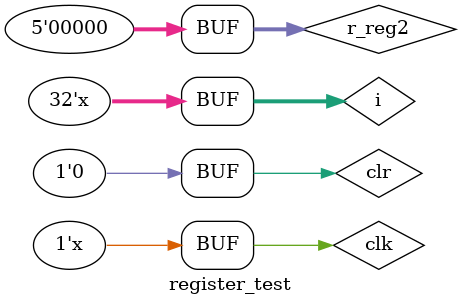
<source format=v>
`timescale 1ns / 1ps
`include "register_mem.v"

module register_test();

reg clk;

	reg [4:0]r_reg1;
	reg [4:0]r_reg2;
	reg [4:0]w_reg_addr;
	
	reg [31:0]w_data;
	reg reg_w;
	
	wire [31:0]r_data1;
	wire [31:0]r_data2;
	reg clr;
	/*
	wire [4:0]r_reg1;
	wire [4:0]r_reg2;
	wire [4:0]w_reg_addr;
	wire [31:0]w_data;
	wire reg_w;
	wire [31:0]r_data1;
	wire [31:0]r_data2;
	wire clr;*/
	/*assign r_reg1 = 0;
	assign r_reg2 = 1;
	assign w_reg_addr = 0;
	assign w_data = 0;
	assign r_data1 = 0;
	assign r_data2 = 0;
	assign reg_w = 0;
	assign clr = 0;*/

/*
always begin
	  clk <= 1;
	  #1000;
	  clk <= 0;
	  #1000;
	  
	  r_reg1 <= 0;
	  r_reg2 <= 1;
	  w_reg_addr <= 0;
	  w_data <= 0;
	  r_data1 <= 0;
	  r_data2 <= 0;
	  reg_w <= 0;
	  clr <= 0;
end
*/
integer i;
initial begin 
	clk = 1; 
	i = 0;
	r_reg1 <= 0;
	r_reg2 <= 0;
	w_reg_addr <= 0;
	w_data <= 0;
	//r_data1 <= 0;
	//r_data2 <= 0;
	reg_w <= 0;
	clr <= 0;
end

always begin
	#(500) clk = ~clk; 
	
	if(i == 1) begin
		 reg_w <= 1;
		 w_data <= 1256;
		 w_reg_addr <= 1;
	end
	else if(i == 3)begin 
		 reg_w <= 0;
		 w_data <= 0;
		 w_reg_addr <= 0;
		 r_reg1 <= 1;
	end
	if(i == 5) begin
		 reg_w <= 1;
		 w_data <= 1256;
		 w_reg_addr <= 15;
	end
	
	i = i+1;
end

	//#(500) clk = ~clk; 
	/*clk <= 1;
	reg_w <= 1;
	w_data <= 1256;
	w_reg_addr <= 3;
	#200;
	reg_w <= 0;
	w_data <= 0;
	w_reg_addr <= 0;
	#200
	r_reg1 <= 3;

*/
//clk <= 1;
	  
	  /*  force reg_w = 1;
		 force w_data = 1256;
		 force w_reg_addr = 3;
	  #200;
		 force reg_w = 0;
		 force w_data = 0;
		 force w_reg_addr = 0;
	  #200;
	    force r_reg1 = 3;*/
	 /* #200;
		 force r_reg2 = 3;
	  #200;
		force reg_w = 1;
		force w_data = 1111;
		force w_reg_addr = 5;
	  #200;
		force reg_w = 1;
		force w_data = 5555;
		force w_reg_addr = 10;
	  #200;
		force reg_w = 0;
		force w_data = 0;
		force w_reg_addr = 0;
		force r_reg1 = 10;
		force r_reg2 = 5; */
		
//INPUT
// 1bit  clk = clock 										
// 5bit  r_reg => read in register1
// 5bit  r_reg2 => read the register2
// 5bit  w_in_reg => address of reg where i want to write
// 32bit w_data => data i want to write
// 1bit  reg_w => ctrl for write value
//OUTPUT
// 32bit r_data1 and r_data2 output of register 
// 1bit  clr => clear all registers

register_mem reg_mem(
.clk(clk),
//input
.r_reg1(r_reg1),
.r_reg2(r_reg2),
.w_reg_addr(w_reg_addr),
.w_data(w_data),
.reg_w(reg_w),
//output to alu
.r_data1(r_data1),
.r_data2(r_data2),
//option 
.clr(clr)
);

//module register_mem(clk, r_reg1, r_reg2, w_in_reg, w_data, reg_w, r_data1, r_data2, clr);

endmodule

</source>
